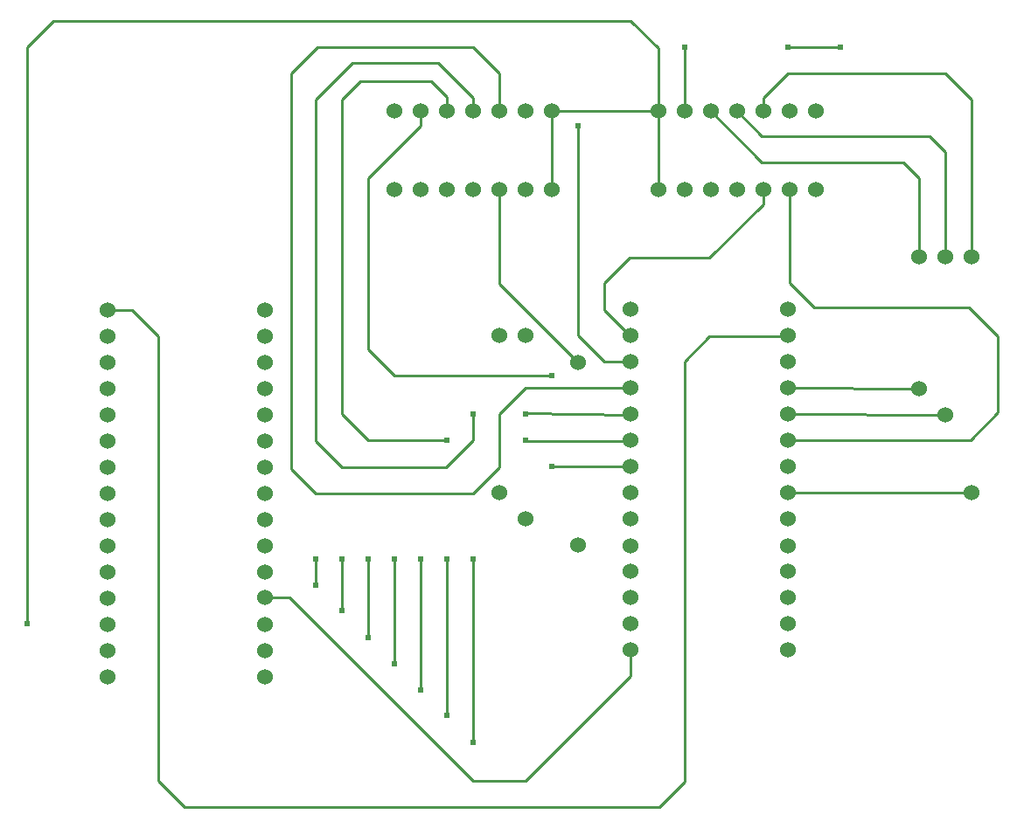
<source format=gbl>
G04 Layer: BottomLayer*
G04 EasyEDA v6.4.20.6, 2021-08-23T14:22:53+08:00*
G04 d2134aeba8d541879ef023346c28b4ea,d2c6aa496c93417f82209b500ca1ce63,10*
G04 Gerber Generator version 0.2*
G04 Scale: 100 percent, Rotated: No, Reflected: No *
G04 Dimensions in millimeters *
G04 leading zeros omitted , absolute positions ,4 integer and 5 decimal *
%FSLAX45Y45*%
%MOMM*%

%ADD10C,0.2540*%
%ADD11C,0.6096*%
%ADD12C,1.5240*%

%LPD*%
D10*
X3048000Y4686300D02*
G01*
X3048000Y4432300D01*
X3302000Y4686300D02*
G01*
X3302000Y4191000D01*
X3556000Y4686300D02*
G01*
X3556000Y3924300D01*
X3810000Y4686300D02*
G01*
X3810000Y3670300D01*
X4064000Y4686300D02*
G01*
X4064000Y3416300D01*
X4318000Y4686300D02*
G01*
X4318000Y3175000D01*
X4572000Y4686300D02*
G01*
X4572000Y2908300D01*
X6362700Y8267700D02*
G01*
X6362700Y9029700D01*
X6362700Y9029700D02*
G01*
X5334000Y9029700D01*
X6362700Y9029700D02*
G01*
X6362700Y9639300D01*
X6096000Y9906000D01*
X508000Y9906000D01*
X254000Y9652000D01*
X254000Y4064000D01*
X5334000Y9029700D02*
G01*
X5334000Y8267700D01*
X7378700Y9029700D02*
G01*
X7378700Y9156700D01*
X7620000Y9398000D01*
X9144000Y9398000D01*
X9398000Y9144000D01*
X9398000Y7620000D01*
X7124700Y9029700D02*
G01*
X7366000Y8788400D01*
X8991600Y8788400D01*
X9144000Y8636000D01*
X9144000Y7620000D01*
X6870700Y9029700D02*
G01*
X7366000Y8534400D01*
X8737600Y8534400D01*
X8890000Y8382000D01*
X8890000Y7620000D01*
X6616700Y9029700D02*
G01*
X6616700Y9652000D01*
X4318000Y9029700D02*
G01*
X4318000Y9169400D01*
X4165600Y9321800D01*
X3479800Y9321800D01*
X3302000Y9144000D01*
X3302000Y6096000D01*
X3556000Y5842000D01*
X4318000Y5842000D01*
X4826000Y8267700D02*
G01*
X4826000Y7353300D01*
X5588000Y6591300D01*
X5334000Y5588000D02*
G01*
X6096000Y5588000D01*
X5080000Y5842000D02*
G01*
X5080000Y5829300D01*
X6096000Y5829300D01*
X5080000Y6102350D02*
G01*
X6096000Y6089650D01*
X6096000Y6089650D01*
X5588000Y8890000D02*
G01*
X5588000Y6858000D01*
X5842000Y6604000D01*
X6096000Y6604000D01*
X7378700Y8267700D02*
G01*
X7378700Y8128000D01*
X6858000Y7607300D01*
X6083300Y7607300D01*
X5842000Y7366000D01*
X5842000Y7099300D01*
X6096000Y6845300D01*
X8890000Y6337300D02*
G01*
X7620000Y6350000D01*
X9144000Y6083300D02*
G01*
X7620000Y6096000D01*
X7632700Y8267700D02*
G01*
X7632700Y7366000D01*
X7874000Y7124700D01*
X9372600Y7124700D01*
X9652000Y6845300D01*
X9652000Y6108700D01*
X9385300Y5842000D01*
X7620000Y5842000D01*
X7620000Y5842000D01*
X7620000Y5334000D02*
G01*
X7620000Y5334000D01*
X9398000Y5334000D01*
X2552700Y4318000D02*
G01*
X2794000Y4318000D01*
X4572000Y2540000D01*
X5080000Y2540000D01*
X6096000Y3556000D01*
X6096000Y3810000D01*
X7620000Y9652000D02*
G01*
X8128000Y9652000D01*
X4572000Y9029700D02*
G01*
X4572000Y9156700D01*
X4229100Y9499600D01*
X3403600Y9499600D01*
X3048000Y9144000D01*
X3048000Y5829300D01*
X3302000Y5575300D01*
X4305300Y5575300D01*
X4572000Y5842000D01*
X4572000Y6096000D01*
X1028700Y7099300D02*
G01*
X1270000Y7099300D01*
X1524000Y6845300D01*
X1524000Y2540000D01*
X1778000Y2286000D01*
X6375400Y2286000D01*
X6616700Y2527300D01*
X6616700Y6604000D01*
X6858000Y6845300D01*
X7607300Y6845300D01*
X7620000Y6858000D01*
X4826000Y9029700D02*
G01*
X4826000Y9398000D01*
X4572000Y9652000D01*
X3060700Y9652000D01*
X2806700Y9398000D01*
X2806700Y5562600D01*
X3048000Y5321300D01*
X4572000Y5321300D01*
X4826000Y5575300D01*
X4826000Y6096000D01*
X5080000Y6350000D01*
X6096000Y6350000D01*
X4064000Y9029700D02*
G01*
X4064000Y8890000D01*
X3556000Y8382000D01*
X3556000Y6718300D01*
X3810000Y6464300D01*
X5334000Y6464300D01*
D12*
G01*
X1028700Y7099300D03*
G01*
X1028700Y6845300D03*
G01*
X1028700Y6591300D03*
G01*
X1028700Y6337300D03*
G01*
X1028700Y6083300D03*
G01*
X1028700Y5829300D03*
G01*
X1028700Y5575300D03*
G01*
X1028700Y5321300D03*
G01*
X1028700Y5067300D03*
G01*
X1028700Y4813300D03*
G01*
X1028700Y4559300D03*
G01*
X1028700Y4305300D03*
G01*
X1028700Y4051300D03*
G01*
X1028700Y3797300D03*
G01*
X1028700Y3543300D03*
G01*
X2552700Y3543300D03*
G01*
X2552700Y3797300D03*
G01*
X2552700Y4051300D03*
G01*
X2552700Y4318000D03*
G01*
X2552700Y4559300D03*
G01*
X2552700Y4813300D03*
G01*
X2552700Y5067300D03*
G01*
X2552700Y5321300D03*
G01*
X2552700Y5575300D03*
G01*
X2552700Y5829300D03*
G01*
X2552700Y6083300D03*
G01*
X2552700Y6337300D03*
G01*
X2552700Y6591300D03*
G01*
X2552700Y6845300D03*
G01*
X2552700Y7099300D03*
G01*
X6362700Y8267700D03*
G01*
X6616700Y8267700D03*
G01*
X6870700Y8267700D03*
G01*
X7124700Y8267700D03*
G01*
X7378700Y8267700D03*
G01*
X7632700Y8267700D03*
G01*
X7886700Y8267700D03*
G01*
X7886700Y9029700D03*
G01*
X7632700Y9029700D03*
G01*
X7378700Y9029700D03*
G01*
X7124700Y9029700D03*
G01*
X6870700Y9029700D03*
G01*
X6616700Y9029700D03*
G01*
X6362700Y9029700D03*
G01*
X5334000Y9029700D03*
G01*
X5080000Y9029700D03*
G01*
X4826000Y9029700D03*
G01*
X4572000Y9029700D03*
G01*
X4318000Y9029700D03*
G01*
X4064000Y9029700D03*
G01*
X3810000Y9029700D03*
G01*
X3810000Y8267700D03*
G01*
X4064000Y8267700D03*
G01*
X4318000Y8267700D03*
G01*
X4572000Y8267700D03*
G01*
X4826000Y8267700D03*
G01*
X5080000Y8267700D03*
G01*
X5334000Y8267700D03*
G01*
X6096000Y6096000D03*
G01*
X6096000Y5842000D03*
G01*
X6096000Y5588000D03*
G01*
X6096000Y5334000D03*
G01*
X6096000Y5080000D03*
G01*
X6096000Y4813300D03*
G01*
X6096000Y4572000D03*
G01*
X6096000Y4318000D03*
G01*
X6096000Y4064000D03*
G01*
X6096000Y6350000D03*
G01*
X6096000Y6604000D03*
G01*
X6096000Y6858000D03*
G01*
X6096000Y7112000D03*
G01*
X6096000Y3810000D03*
G01*
X7620000Y3810000D03*
G01*
X7620000Y7112000D03*
G01*
X7620000Y6858000D03*
G01*
X7620000Y6604000D03*
G01*
X7620000Y6350000D03*
G01*
X7620000Y4064000D03*
G01*
X7620000Y4318000D03*
G01*
X7620000Y4572000D03*
G01*
X7620000Y4813300D03*
G01*
X7620000Y5080000D03*
G01*
X7620000Y5334000D03*
G01*
X7620000Y5588000D03*
G01*
X7620000Y5842000D03*
G01*
X7620000Y6096000D03*
G01*
X9398000Y7620000D03*
G01*
X9398000Y5334000D03*
G01*
X9144000Y7620000D03*
G01*
X9144000Y6083300D03*
G01*
X8890000Y7620000D03*
G01*
X8890000Y6337300D03*
G01*
X5588000Y6591300D03*
G01*
X5080000Y6858000D03*
G01*
X4826000Y6858000D03*
G01*
X4826000Y5334000D03*
G01*
X5080000Y5080000D03*
G01*
X5588000Y4826000D03*
D11*
G01*
X3048000Y4432300D03*
G01*
X3048000Y4686300D03*
G01*
X3302000Y4686300D03*
G01*
X3302000Y4191000D03*
G01*
X3556000Y4686300D03*
G01*
X3810000Y4686300D03*
G01*
X4064000Y4686300D03*
G01*
X4318000Y4686300D03*
G01*
X4572000Y4686300D03*
G01*
X3556000Y3924300D03*
G01*
X3810000Y3670300D03*
G01*
X4064000Y3416300D03*
G01*
X4318000Y3175000D03*
G01*
X4572000Y2908300D03*
G01*
X254000Y4064000D03*
G01*
X6616700Y9652000D03*
G01*
X5588000Y8890000D03*
G01*
X4572000Y6096000D03*
G01*
X5080000Y6096000D03*
G01*
X5080000Y5842000D03*
G01*
X4318000Y5842000D03*
G01*
X5334000Y6464300D03*
G01*
X5334000Y5588000D03*
G01*
X7620000Y9652000D03*
G01*
X8128000Y9652000D03*
M02*

</source>
